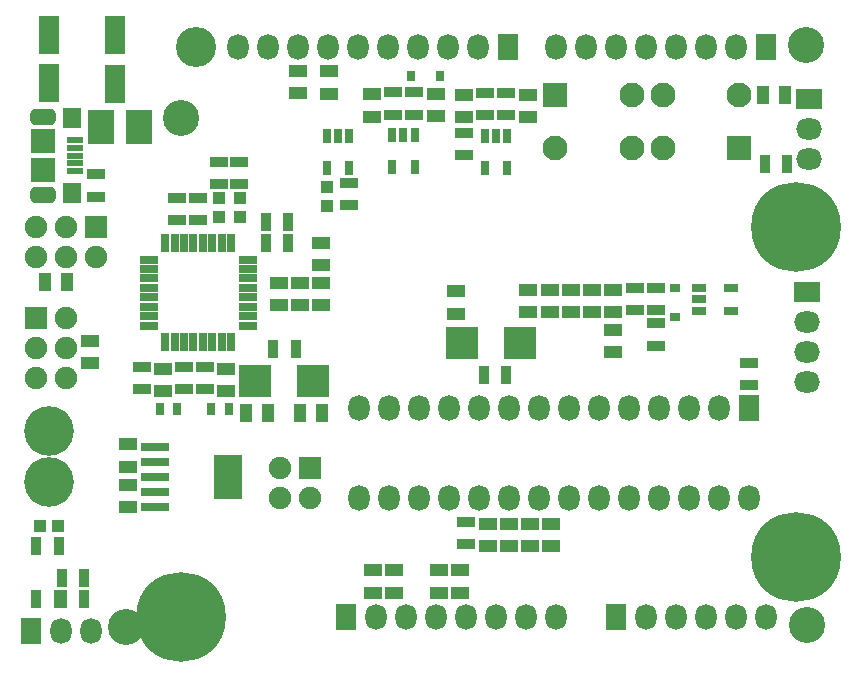
<source format=gts>
G04*
G04 #@! TF.GenerationSoftware,Altium Limited,Altium Designer,23.2.1 (34)*
G04*
G04 Layer_Color=8388736*
%FSLAX44Y44*%
%MOMM*%
G71*
G04*
G04 #@! TF.SameCoordinates,4F847AC2-02D0-4AD0-BDAF-0AB3E8A313E0*
G04*
G04*
G04 #@! TF.FilePolarity,Negative*
G04*
G01*
G75*
%ADD30R,1.9000X1.9000*%
%ADD36R,1.5000X1.1000*%
%ADD37R,1.0000X1.0000*%
%ADD38R,1.5000X0.9000*%
%ADD39R,0.7500X1.2000*%
%ADD40R,1.1000X1.5000*%
%ADD41R,2.4000X3.7000*%
%ADD42R,2.4000X0.8000*%
%ADD43R,1.0000X1.0000*%
%ADD44R,0.9000X1.5000*%
%ADD45R,0.6700X1.6200*%
%ADD46R,1.6200X0.6700*%
%ADD47R,2.7000X2.8000*%
%ADD48R,1.2000X0.7500*%
%ADD49R,1.8000X3.2000*%
%ADD50C,3.0480*%
%ADD51R,2.2000X2.9000*%
%ADD52R,2.1000X2.1000*%
%ADD53R,1.6000X1.8000*%
%ADD54R,1.4500X0.5000*%
%ADD55R,0.8858X0.7588*%
%ADD56R,0.7588X0.8858*%
%ADD57R,0.8000X1.1000*%
%ADD58C,1.9000*%
%ADD59R,1.9000X1.9000*%
%ADD60C,4.2000*%
%ADD61O,1.8000X2.2000*%
%ADD62R,1.8000X2.2000*%
%ADD63O,2.2000X1.8000*%
%ADD64R,2.2000X1.8000*%
%ADD65R,2.1000X2.1000*%
%ADD66C,2.1000*%
%ADD67C,3.4000*%
%ADD68C,7.6000*%
G04:AMPARAMS|DCode=69|XSize=2.2mm|YSize=1.4mm|CornerRadius=0.46mm|HoleSize=0mm|Usage=FLASHONLY|Rotation=0.000|XOffset=0mm|YOffset=0mm|HoleType=Round|Shape=RoundedRectangle|*
%AMROUNDEDRECTD69*
21,1,2.2000,0.4800,0,0,0.0*
21,1,1.2800,1.4000,0,0,0.0*
1,1,0.9200,0.6400,-0.2400*
1,1,0.9200,-0.6400,-0.2400*
1,1,0.9200,-0.6400,0.2400*
1,1,0.9200,0.6400,0.2400*
%
%ADD69ROUNDEDRECTD69*%
D30*
X16750Y278750D02*
D03*
D36*
X62750Y240250D02*
D03*
Y259250D02*
D03*
X95000Y137250D02*
D03*
Y118250D02*
D03*
X95000Y171500D02*
D03*
Y152500D02*
D03*
X505500Y302500D02*
D03*
Y283500D02*
D03*
Y249500D02*
D03*
Y268500D02*
D03*
X301750Y45750D02*
D03*
Y64750D02*
D03*
X320000Y45750D02*
D03*
Y64750D02*
D03*
X357500Y45750D02*
D03*
Y64750D02*
D03*
X375750Y45750D02*
D03*
Y64750D02*
D03*
X433000Y448500D02*
D03*
Y467500D02*
D03*
X379250Y448500D02*
D03*
Y467500D02*
D03*
X355000Y468500D02*
D03*
Y449500D02*
D03*
X222250Y308250D02*
D03*
Y289250D02*
D03*
X258250Y308250D02*
D03*
Y289250D02*
D03*
X240250Y308250D02*
D03*
Y289250D02*
D03*
X301000Y449000D02*
D03*
Y468000D02*
D03*
X177750Y235500D02*
D03*
Y216500D02*
D03*
X124000Y235500D02*
D03*
Y216500D02*
D03*
X264500Y468500D02*
D03*
Y487500D02*
D03*
X451500Y283500D02*
D03*
Y302500D02*
D03*
X469750Y283500D02*
D03*
Y302500D02*
D03*
X238750Y487750D02*
D03*
Y468750D02*
D03*
X435000Y104250D02*
D03*
Y85250D02*
D03*
X417000Y104250D02*
D03*
Y85250D02*
D03*
X453000Y104250D02*
D03*
Y85250D02*
D03*
X372000Y282250D02*
D03*
Y301250D02*
D03*
X433500Y283500D02*
D03*
Y302500D02*
D03*
X258250Y323000D02*
D03*
Y342000D02*
D03*
X487500Y283500D02*
D03*
Y302500D02*
D03*
X399000Y104250D02*
D03*
Y85250D02*
D03*
D37*
X263000Y389750D02*
D03*
Y373750D02*
D03*
X171500Y380250D02*
D03*
Y364250D02*
D03*
X189250Y380250D02*
D03*
Y364250D02*
D03*
D38*
X282000Y374000D02*
D03*
Y393000D02*
D03*
X106250Y237250D02*
D03*
Y218250D02*
D03*
X620750Y240750D02*
D03*
Y221750D02*
D03*
X523500Y304250D02*
D03*
Y285250D02*
D03*
X541500Y304250D02*
D03*
Y285250D02*
D03*
X541750Y255000D02*
D03*
Y274000D02*
D03*
X415000Y450250D02*
D03*
Y469250D02*
D03*
X379250Y435250D02*
D03*
Y416250D02*
D03*
X397250Y450250D02*
D03*
Y469250D02*
D03*
X153750Y380500D02*
D03*
Y361500D02*
D03*
X171250Y411000D02*
D03*
Y392000D02*
D03*
X189000Y411000D02*
D03*
Y392000D02*
D03*
X337000Y450750D02*
D03*
Y469750D02*
D03*
X319000Y450750D02*
D03*
Y469750D02*
D03*
X135750Y380500D02*
D03*
Y361500D02*
D03*
X159750Y237250D02*
D03*
Y218250D02*
D03*
X142000Y237250D02*
D03*
Y218250D02*
D03*
X67750Y381250D02*
D03*
Y400250D02*
D03*
X381000Y87000D02*
D03*
Y106000D02*
D03*
D39*
X263000Y405750D02*
D03*
X282000D02*
D03*
X263000Y432750D02*
D03*
X272500D02*
D03*
X282000D02*
D03*
X415750Y432750D02*
D03*
X406250D02*
D03*
X396750D02*
D03*
X415750Y405750D02*
D03*
X396750D02*
D03*
X337250Y433250D02*
D03*
X327750D02*
D03*
X318250D02*
D03*
X337250Y406250D02*
D03*
X318250D02*
D03*
D40*
X43000Y308750D02*
D03*
X24000D02*
D03*
X259250Y198000D02*
D03*
X240250D02*
D03*
X194250D02*
D03*
X213250D02*
D03*
X651000Y467500D02*
D03*
X632000D02*
D03*
D41*
X179250Y144000D02*
D03*
D42*
X117250Y118600D02*
D03*
Y131300D02*
D03*
Y144000D02*
D03*
Y156700D02*
D03*
Y169400D02*
D03*
D43*
X35693Y102500D02*
D03*
X19693D02*
D03*
D44*
X17000Y85750D02*
D03*
X36000D02*
D03*
X38500Y58500D02*
D03*
X57500D02*
D03*
Y40500D02*
D03*
X38500D02*
D03*
X36000D02*
D03*
X17000D02*
D03*
X396000Y230250D02*
D03*
X415000D02*
D03*
X236750Y252000D02*
D03*
X217750D02*
D03*
X230250Y359500D02*
D03*
X211250D02*
D03*
X230250Y341750D02*
D03*
X211250D02*
D03*
X652750Y409000D02*
D03*
X633750D02*
D03*
D45*
X182000Y258000D02*
D03*
X174000D02*
D03*
X166000D02*
D03*
X158000D02*
D03*
X150000D02*
D03*
X142000D02*
D03*
X134000D02*
D03*
X126000D02*
D03*
Y342000D02*
D03*
X134000D02*
D03*
X142000D02*
D03*
X150000D02*
D03*
X158000D02*
D03*
X166000D02*
D03*
X174000D02*
D03*
X182000D02*
D03*
D46*
X112000Y272000D02*
D03*
Y280000D02*
D03*
Y288000D02*
D03*
Y296000D02*
D03*
Y304000D02*
D03*
Y312000D02*
D03*
Y320000D02*
D03*
Y328000D02*
D03*
X196000D02*
D03*
Y320000D02*
D03*
Y312000D02*
D03*
Y304000D02*
D03*
Y296000D02*
D03*
Y288000D02*
D03*
Y280000D02*
D03*
Y272000D02*
D03*
D47*
X377750Y257250D02*
D03*
X426750D02*
D03*
X251250Y225000D02*
D03*
X202250D02*
D03*
D48*
X577750Y303750D02*
D03*
Y294250D02*
D03*
Y284750D02*
D03*
X604750Y303750D02*
D03*
Y284750D02*
D03*
D49*
X28000Y477250D02*
D03*
Y518250D02*
D03*
X83250Y477000D02*
D03*
Y518000D02*
D03*
D50*
X139500Y447750D02*
D03*
X668500Y509250D02*
D03*
X669500Y19000D02*
D03*
X93000Y16500D02*
D03*
D51*
X72000Y440000D02*
D03*
X104000D02*
D03*
D52*
X22625Y404000D02*
D03*
Y428000D02*
D03*
D53*
X47125Y384000D02*
D03*
Y448000D02*
D03*
D54*
X49375Y403000D02*
D03*
Y409500D02*
D03*
Y416000D02*
D03*
Y422500D02*
D03*
Y429000D02*
D03*
D55*
X557500Y303942D02*
D03*
Y279558D02*
D03*
D56*
X358442Y483000D02*
D03*
X334058D02*
D03*
D57*
X180250Y201250D02*
D03*
X165250D02*
D03*
X121500D02*
D03*
X136500D02*
D03*
D58*
X42150Y227950D02*
D03*
Y253350D02*
D03*
Y278750D02*
D03*
X16750Y227950D02*
D03*
Y253350D02*
D03*
X223500Y151400D02*
D03*
X248900Y126000D02*
D03*
X223500D02*
D03*
X41750Y355750D02*
D03*
X16350D02*
D03*
X67150Y330350D02*
D03*
X41750D02*
D03*
X16350D02*
D03*
D59*
X248900Y151400D02*
D03*
X67150Y355750D02*
D03*
D60*
X28000Y139250D02*
D03*
Y183250D02*
D03*
D61*
X63400Y13500D02*
D03*
X38000D02*
D03*
X187960Y508000D02*
D03*
X213360D02*
D03*
X238760D02*
D03*
X264160D02*
D03*
X289560D02*
D03*
X314960D02*
D03*
X340360D02*
D03*
X365760D02*
D03*
X391160D02*
D03*
X457200Y25400D02*
D03*
X431800D02*
D03*
X406400D02*
D03*
X381000D02*
D03*
X355600D02*
D03*
X330200D02*
D03*
X304800D02*
D03*
X609600Y508000D02*
D03*
X584200D02*
D03*
X558800D02*
D03*
X533400D02*
D03*
X508000D02*
D03*
X482600D02*
D03*
X457200D02*
D03*
X635000Y25400D02*
D03*
X609600D02*
D03*
X584200D02*
D03*
X558800D02*
D03*
X533400D02*
D03*
X595250Y201930D02*
D03*
X569850D02*
D03*
X544450D02*
D03*
X519050D02*
D03*
X493650D02*
D03*
X468250D02*
D03*
X442850D02*
D03*
X417450D02*
D03*
X392050D02*
D03*
X366650D02*
D03*
X341250D02*
D03*
X315850D02*
D03*
X290450D02*
D03*
X620650Y125730D02*
D03*
X595250D02*
D03*
X569850D02*
D03*
X544450D02*
D03*
X519050D02*
D03*
X493650D02*
D03*
X468250D02*
D03*
X442850D02*
D03*
X417450D02*
D03*
X392050D02*
D03*
X366650D02*
D03*
X341250D02*
D03*
X315850D02*
D03*
X290450D02*
D03*
D62*
X12600Y13500D02*
D03*
X416560Y508000D02*
D03*
X279400Y25400D02*
D03*
X635000Y508000D02*
D03*
X508000Y25400D02*
D03*
X620650Y201930D02*
D03*
D63*
X669750Y224000D02*
D03*
Y249400D02*
D03*
Y274800D02*
D03*
X671250Y412850D02*
D03*
Y438250D02*
D03*
D64*
X669750Y300200D02*
D03*
X671250Y463650D02*
D03*
D65*
X612250Y422250D02*
D03*
X456250Y467250D02*
D03*
D66*
X547250Y422250D02*
D03*
Y467250D02*
D03*
X612250D02*
D03*
X456250Y422250D02*
D03*
X521250D02*
D03*
Y467250D02*
D03*
D67*
X152400Y508000D02*
D03*
D68*
X139700Y25400D02*
D03*
X660400Y76200D02*
D03*
Y355600D02*
D03*
D69*
X22625Y449000D02*
D03*
Y383000D02*
D03*
M02*

</source>
